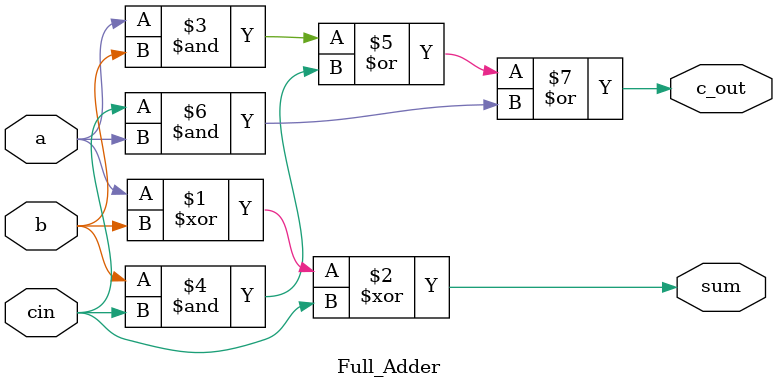
<source format=v>
`timescale 1ns / 1ps


module Full_Adder(
input a,b,cin,
    output sum,c_out
);

assign sum = a ^ b ^ cin;
assign c_out = (a & b) | (b & cin)  | (cin & a) ;


endmodule

</source>
